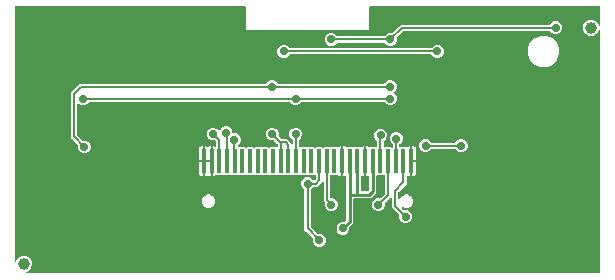
<source format=gbl>
G04 EAGLE Gerber RS-274X export*
G75*
%MOMM*%
%FSLAX34Y34*%
%LPD*%
%INBottom Copper*%
%IPPOS*%
%AMOC8*
5,1,8,0,0,1.08239X$1,22.5*%
G01*
%ADD10R,0.350000X2.000000*%
%ADD11C,1.000000*%
%ADD12C,0.736600*%
%ADD13C,0.177800*%
%ADD14C,0.254000*%

G36*
X497230Y2032D02*
X497230Y2032D01*
X497249Y2030D01*
X497351Y2052D01*
X497453Y2068D01*
X497470Y2078D01*
X497490Y2082D01*
X497579Y2135D01*
X497670Y2184D01*
X497684Y2198D01*
X497701Y2208D01*
X497768Y2287D01*
X497840Y2362D01*
X497848Y2380D01*
X497861Y2395D01*
X497900Y2491D01*
X497943Y2585D01*
X497945Y2605D01*
X497953Y2623D01*
X497971Y2790D01*
X497971Y207704D01*
X497956Y207800D01*
X497946Y207897D01*
X497936Y207921D01*
X497932Y207946D01*
X497886Y208032D01*
X497846Y208121D01*
X497829Y208141D01*
X497816Y208164D01*
X497746Y208231D01*
X497680Y208303D01*
X497657Y208315D01*
X497638Y208333D01*
X497550Y208374D01*
X497464Y208421D01*
X497439Y208426D01*
X497415Y208437D01*
X497318Y208448D01*
X497222Y208465D01*
X497196Y208461D01*
X497171Y208464D01*
X497075Y208443D01*
X496979Y208429D01*
X496956Y208417D01*
X496930Y208412D01*
X496847Y208362D01*
X496760Y208318D01*
X496741Y208299D01*
X496719Y208285D01*
X496656Y208212D01*
X496588Y208142D01*
X496572Y208113D01*
X496559Y208099D01*
X496547Y208068D01*
X496507Y207995D01*
X495747Y206160D01*
X493840Y204253D01*
X491348Y203221D01*
X488652Y203221D01*
X486160Y204253D01*
X484253Y206160D01*
X483221Y208652D01*
X483221Y211348D01*
X484253Y213840D01*
X486160Y215747D01*
X488652Y216779D01*
X491348Y216779D01*
X493840Y215747D01*
X495747Y213840D01*
X496507Y212005D01*
X496558Y211922D01*
X496604Y211836D01*
X496622Y211818D01*
X496636Y211796D01*
X496712Y211734D01*
X496782Y211667D01*
X496806Y211656D01*
X496826Y211639D01*
X496917Y211604D01*
X497005Y211563D01*
X497031Y211560D01*
X497055Y211551D01*
X497153Y211547D01*
X497249Y211536D01*
X497275Y211542D01*
X497301Y211541D01*
X497395Y211568D01*
X497490Y211588D01*
X497512Y211602D01*
X497537Y211609D01*
X497617Y211665D01*
X497701Y211715D01*
X497718Y211734D01*
X497739Y211749D01*
X497798Y211827D01*
X497861Y211901D01*
X497871Y211926D01*
X497886Y211947D01*
X497916Y212039D01*
X497953Y212130D01*
X497956Y212162D01*
X497962Y212181D01*
X497962Y212214D01*
X497971Y212296D01*
X497971Y227210D01*
X497968Y227230D01*
X497970Y227249D01*
X497948Y227351D01*
X497932Y227453D01*
X497922Y227470D01*
X497918Y227490D01*
X497865Y227579D01*
X497816Y227670D01*
X497802Y227684D01*
X497792Y227701D01*
X497713Y227768D01*
X497638Y227840D01*
X497620Y227848D01*
X497605Y227861D01*
X497509Y227900D01*
X497415Y227943D01*
X497395Y227945D01*
X497377Y227953D01*
X497210Y227971D01*
X302790Y227971D01*
X302770Y227968D01*
X302751Y227970D01*
X302649Y227948D01*
X302547Y227932D01*
X302530Y227922D01*
X302510Y227918D01*
X302421Y227865D01*
X302330Y227816D01*
X302316Y227802D01*
X302299Y227792D01*
X302232Y227713D01*
X302160Y227638D01*
X302152Y227620D01*
X302139Y227605D01*
X302100Y227509D01*
X302057Y227415D01*
X302055Y227395D01*
X302047Y227377D01*
X302029Y227210D01*
X302029Y209160D01*
X300840Y207971D01*
X199160Y207971D01*
X197971Y209160D01*
X197971Y227210D01*
X197968Y227230D01*
X197970Y227249D01*
X197948Y227351D01*
X197932Y227453D01*
X197922Y227470D01*
X197918Y227490D01*
X197865Y227579D01*
X197816Y227670D01*
X197802Y227684D01*
X197792Y227701D01*
X197713Y227768D01*
X197638Y227840D01*
X197620Y227848D01*
X197605Y227861D01*
X197509Y227900D01*
X197415Y227943D01*
X197395Y227945D01*
X197377Y227953D01*
X197210Y227971D01*
X2790Y227971D01*
X2770Y227968D01*
X2751Y227970D01*
X2649Y227948D01*
X2547Y227932D01*
X2530Y227922D01*
X2510Y227918D01*
X2421Y227865D01*
X2330Y227816D01*
X2316Y227802D01*
X2299Y227792D01*
X2232Y227713D01*
X2160Y227638D01*
X2152Y227620D01*
X2139Y227605D01*
X2100Y227509D01*
X2057Y227415D01*
X2055Y227395D01*
X2047Y227377D01*
X2029Y227210D01*
X2029Y12296D01*
X2044Y12200D01*
X2054Y12103D01*
X2064Y12079D01*
X2068Y12054D01*
X2114Y11968D01*
X2154Y11879D01*
X2171Y11859D01*
X2184Y11836D01*
X2254Y11769D01*
X2320Y11697D01*
X2343Y11685D01*
X2362Y11667D01*
X2450Y11626D01*
X2536Y11579D01*
X2561Y11574D01*
X2585Y11563D01*
X2682Y11552D01*
X2778Y11535D01*
X2804Y11539D01*
X2829Y11536D01*
X2925Y11557D01*
X3021Y11571D01*
X3044Y11583D01*
X3070Y11588D01*
X3153Y11638D01*
X3240Y11682D01*
X3259Y11701D01*
X3281Y11715D01*
X3344Y11788D01*
X3412Y11858D01*
X3428Y11887D01*
X3441Y11901D01*
X3453Y11932D01*
X3493Y12005D01*
X4253Y13840D01*
X6160Y15747D01*
X8652Y16779D01*
X11348Y16779D01*
X13840Y15747D01*
X15747Y13840D01*
X16779Y11348D01*
X16779Y8652D01*
X15747Y6160D01*
X13840Y4253D01*
X12005Y3493D01*
X11922Y3442D01*
X11836Y3396D01*
X11818Y3378D01*
X11796Y3364D01*
X11734Y3288D01*
X11667Y3218D01*
X11656Y3194D01*
X11639Y3174D01*
X11604Y3083D01*
X11563Y2995D01*
X11560Y2969D01*
X11551Y2945D01*
X11547Y2847D01*
X11536Y2751D01*
X11542Y2725D01*
X11541Y2699D01*
X11568Y2605D01*
X11588Y2510D01*
X11602Y2488D01*
X11609Y2463D01*
X11665Y2383D01*
X11715Y2299D01*
X11734Y2282D01*
X11749Y2261D01*
X11827Y2202D01*
X11901Y2139D01*
X11926Y2129D01*
X11947Y2114D01*
X12039Y2084D01*
X12130Y2047D01*
X12162Y2044D01*
X12181Y2038D01*
X12214Y2038D01*
X12296Y2029D01*
X497210Y2029D01*
X497230Y2032D01*
G37*
%LPC*%
G36*
X59914Y103538D02*
X59914Y103538D01*
X57906Y104370D01*
X56370Y105906D01*
X55538Y107914D01*
X55538Y110120D01*
X55547Y110155D01*
X55575Y110270D01*
X55575Y110276D01*
X55576Y110282D01*
X55565Y110399D01*
X55556Y110515D01*
X55554Y110521D01*
X55553Y110527D01*
X55505Y110634D01*
X55460Y110741D01*
X55455Y110747D01*
X55453Y110752D01*
X55441Y110765D01*
X55355Y110872D01*
X49332Y116895D01*
X49332Y155105D01*
X56895Y162668D01*
X214685Y162668D01*
X214800Y162687D01*
X214916Y162704D01*
X214921Y162706D01*
X214927Y162707D01*
X215030Y162762D01*
X215135Y162815D01*
X215139Y162820D01*
X215145Y162823D01*
X215225Y162907D01*
X215307Y162991D01*
X215311Y162997D01*
X215314Y163001D01*
X215322Y163018D01*
X215356Y163081D01*
X216906Y164630D01*
X218914Y165462D01*
X221086Y165462D01*
X223094Y164630D01*
X224654Y163070D01*
X224673Y163039D01*
X224734Y162938D01*
X224738Y162934D01*
X224742Y162929D01*
X224831Y162854D01*
X224921Y162778D01*
X224926Y162776D01*
X224931Y162772D01*
X225040Y162730D01*
X225149Y162686D01*
X225156Y162685D01*
X225161Y162684D01*
X225179Y162683D01*
X225315Y162668D01*
X314685Y162668D01*
X314800Y162687D01*
X314916Y162704D01*
X314921Y162706D01*
X314927Y162707D01*
X315030Y162762D01*
X315135Y162815D01*
X315139Y162820D01*
X315145Y162823D01*
X315225Y162907D01*
X315307Y162991D01*
X315311Y162997D01*
X315314Y163001D01*
X315322Y163018D01*
X315356Y163081D01*
X316906Y164630D01*
X318914Y165462D01*
X321086Y165462D01*
X323094Y164630D01*
X324630Y163094D01*
X325462Y161086D01*
X325462Y158914D01*
X324630Y156906D01*
X323262Y155538D01*
X323251Y155522D01*
X323235Y155510D01*
X323179Y155422D01*
X323119Y155339D01*
X323113Y155320D01*
X323102Y155303D01*
X323077Y155202D01*
X323046Y155103D01*
X323047Y155084D01*
X323042Y155064D01*
X323050Y154961D01*
X323053Y154858D01*
X323060Y154839D01*
X323061Y154819D01*
X323102Y154724D01*
X323137Y154627D01*
X323150Y154611D01*
X323158Y154593D01*
X323262Y154462D01*
X324630Y153094D01*
X325462Y151086D01*
X325462Y148914D01*
X324630Y146906D01*
X323094Y145370D01*
X321086Y144538D01*
X318914Y144538D01*
X316906Y145370D01*
X315346Y146930D01*
X315327Y146961D01*
X315266Y147062D01*
X315262Y147066D01*
X315258Y147071D01*
X315169Y147146D01*
X315079Y147222D01*
X315074Y147224D01*
X315069Y147228D01*
X314960Y147270D01*
X314851Y147314D01*
X314844Y147315D01*
X314839Y147316D01*
X314821Y147317D01*
X314685Y147332D01*
X245415Y147332D01*
X245300Y147313D01*
X245184Y147296D01*
X245179Y147294D01*
X245173Y147293D01*
X245070Y147238D01*
X244965Y147185D01*
X244961Y147180D01*
X244955Y147177D01*
X244875Y147093D01*
X244793Y147009D01*
X244789Y147003D01*
X244786Y146999D01*
X244778Y146982D01*
X244744Y146919D01*
X243194Y145370D01*
X241186Y144538D01*
X239014Y144538D01*
X237006Y145370D01*
X235446Y146930D01*
X235427Y146961D01*
X235366Y147062D01*
X235362Y147066D01*
X235358Y147071D01*
X235269Y147146D01*
X235179Y147222D01*
X235174Y147224D01*
X235169Y147228D01*
X235060Y147270D01*
X234951Y147314D01*
X234944Y147315D01*
X234939Y147316D01*
X234921Y147317D01*
X234785Y147332D01*
X65315Y147332D01*
X65200Y147313D01*
X65084Y147296D01*
X65079Y147294D01*
X65073Y147293D01*
X64970Y147238D01*
X64865Y147185D01*
X64861Y147180D01*
X64855Y147177D01*
X64775Y147093D01*
X64693Y147009D01*
X64689Y147003D01*
X64686Y146999D01*
X64678Y146982D01*
X64644Y146919D01*
X63094Y145370D01*
X61086Y144538D01*
X58914Y144538D01*
X56906Y145370D01*
X55967Y146309D01*
X55909Y146351D01*
X55857Y146400D01*
X55810Y146422D01*
X55768Y146452D01*
X55699Y146473D01*
X55634Y146504D01*
X55582Y146509D01*
X55532Y146525D01*
X55461Y146523D01*
X55390Y146531D01*
X55339Y146520D01*
X55287Y146518D01*
X55219Y146494D01*
X55149Y146478D01*
X55104Y146452D01*
X55056Y146434D01*
X55000Y146389D01*
X54938Y146352D01*
X54904Y146313D01*
X54864Y146280D01*
X54825Y146220D01*
X54778Y146165D01*
X54759Y146117D01*
X54731Y146073D01*
X54713Y146004D01*
X54686Y145937D01*
X54678Y145866D01*
X54670Y145835D01*
X54672Y145811D01*
X54668Y145770D01*
X54668Y119420D01*
X54682Y119330D01*
X54690Y119239D01*
X54702Y119210D01*
X54707Y119178D01*
X54750Y119097D01*
X54786Y119013D01*
X54812Y118981D01*
X54823Y118960D01*
X54846Y118938D01*
X54891Y118882D01*
X59128Y114645D01*
X59223Y114576D01*
X59317Y114507D01*
X59323Y114505D01*
X59328Y114501D01*
X59439Y114467D01*
X59551Y114431D01*
X59557Y114431D01*
X59563Y114429D01*
X59679Y114432D01*
X59796Y114433D01*
X59804Y114435D01*
X59809Y114435D01*
X59826Y114442D01*
X59895Y114462D01*
X62086Y114462D01*
X64094Y113630D01*
X65630Y112094D01*
X66462Y110086D01*
X66462Y107914D01*
X65630Y105906D01*
X64094Y104370D01*
X62086Y103538D01*
X59914Y103538D01*
G37*
%LPD*%
%LPC*%
G36*
X258914Y24538D02*
X258914Y24538D01*
X256906Y25370D01*
X255370Y26906D01*
X254538Y28914D01*
X254538Y31120D01*
X254547Y31156D01*
X254575Y31270D01*
X254575Y31276D01*
X254576Y31282D01*
X254565Y31399D01*
X254556Y31515D01*
X254554Y31521D01*
X254553Y31527D01*
X254505Y31634D01*
X254460Y31741D01*
X254455Y31747D01*
X254453Y31752D01*
X254441Y31765D01*
X254355Y31872D01*
X249118Y37109D01*
X247332Y38895D01*
X247332Y72685D01*
X247313Y72800D01*
X247296Y72916D01*
X247294Y72921D01*
X247293Y72927D01*
X247238Y73030D01*
X247185Y73135D01*
X247180Y73139D01*
X247177Y73145D01*
X247093Y73225D01*
X247009Y73307D01*
X247003Y73311D01*
X246999Y73314D01*
X246982Y73322D01*
X246919Y73356D01*
X245370Y74906D01*
X244538Y76914D01*
X244538Y79086D01*
X245370Y81094D01*
X246906Y82630D01*
X248914Y83462D01*
X251086Y83462D01*
X253094Y82630D01*
X254654Y81070D01*
X254673Y81039D01*
X254734Y80938D01*
X254738Y80934D01*
X254742Y80929D01*
X254831Y80854D01*
X254921Y80778D01*
X254926Y80776D01*
X254931Y80772D01*
X255040Y80730D01*
X255149Y80686D01*
X255156Y80685D01*
X255161Y80684D01*
X255179Y80683D01*
X255315Y80668D01*
X255580Y80668D01*
X255670Y80682D01*
X255761Y80690D01*
X255790Y80702D01*
X255822Y80707D01*
X255903Y80750D01*
X255987Y80786D01*
X256019Y80812D01*
X256040Y80823D01*
X256062Y80846D01*
X256118Y80891D01*
X256859Y81632D01*
X256912Y81706D01*
X256972Y81775D01*
X256984Y81806D01*
X257003Y81832D01*
X257030Y81919D01*
X257064Y82004D01*
X257068Y82045D01*
X257075Y82067D01*
X257074Y82099D01*
X257082Y82170D01*
X257082Y84729D01*
X257071Y84800D01*
X257069Y84871D01*
X257051Y84920D01*
X257043Y84972D01*
X257009Y85035D01*
X256984Y85102D01*
X256952Y85143D01*
X256927Y85189D01*
X256876Y85238D01*
X256831Y85294D01*
X256787Y85323D01*
X256749Y85358D01*
X256684Y85389D01*
X256624Y85427D01*
X256573Y85440D01*
X256526Y85462D01*
X256455Y85470D01*
X256385Y85487D01*
X256333Y85483D01*
X256282Y85489D01*
X256211Y85474D01*
X256140Y85468D01*
X256092Y85448D01*
X256041Y85437D01*
X255980Y85400D01*
X255914Y85372D01*
X255858Y85327D01*
X255830Y85311D01*
X255815Y85293D01*
X255783Y85267D01*
X255737Y85221D01*
X250763Y85221D01*
X250538Y85446D01*
X250522Y85458D01*
X250510Y85473D01*
X250423Y85529D01*
X250339Y85590D01*
X250320Y85596D01*
X250303Y85606D01*
X250202Y85632D01*
X250104Y85662D01*
X250084Y85662D01*
X250064Y85666D01*
X249961Y85658D01*
X249858Y85656D01*
X249839Y85649D01*
X249819Y85647D01*
X249724Y85607D01*
X249627Y85571D01*
X249611Y85559D01*
X249593Y85551D01*
X249462Y85446D01*
X249237Y85221D01*
X244263Y85221D01*
X244038Y85446D01*
X244022Y85458D01*
X244010Y85473D01*
X243923Y85529D01*
X243839Y85590D01*
X243820Y85596D01*
X243803Y85606D01*
X243702Y85632D01*
X243604Y85662D01*
X243584Y85662D01*
X243564Y85666D01*
X243461Y85658D01*
X243358Y85656D01*
X243339Y85649D01*
X243319Y85647D01*
X243224Y85607D01*
X243127Y85571D01*
X243111Y85559D01*
X243093Y85551D01*
X242962Y85446D01*
X242737Y85221D01*
X237763Y85221D01*
X237538Y85446D01*
X237522Y85458D01*
X237510Y85473D01*
X237423Y85529D01*
X237339Y85590D01*
X237320Y85596D01*
X237303Y85606D01*
X237202Y85632D01*
X237104Y85662D01*
X237084Y85662D01*
X237064Y85666D01*
X236961Y85658D01*
X236858Y85656D01*
X236839Y85649D01*
X236819Y85647D01*
X236724Y85607D01*
X236627Y85571D01*
X236611Y85559D01*
X236593Y85551D01*
X236462Y85446D01*
X236237Y85221D01*
X231263Y85221D01*
X231038Y85446D01*
X231022Y85458D01*
X231010Y85473D01*
X230922Y85530D01*
X230839Y85590D01*
X230820Y85596D01*
X230803Y85606D01*
X230702Y85632D01*
X230603Y85662D01*
X230583Y85662D01*
X230564Y85666D01*
X230461Y85658D01*
X230358Y85656D01*
X230339Y85649D01*
X230319Y85647D01*
X230224Y85607D01*
X230127Y85571D01*
X230111Y85559D01*
X230093Y85551D01*
X229962Y85446D01*
X229737Y85221D01*
X224763Y85221D01*
X224538Y85446D01*
X224522Y85458D01*
X224510Y85473D01*
X224423Y85529D01*
X224339Y85590D01*
X224320Y85596D01*
X224303Y85606D01*
X224202Y85632D01*
X224104Y85662D01*
X224084Y85662D01*
X224064Y85666D01*
X223961Y85658D01*
X223858Y85656D01*
X223839Y85649D01*
X223819Y85647D01*
X223724Y85607D01*
X223627Y85571D01*
X223611Y85559D01*
X223593Y85551D01*
X223462Y85446D01*
X223237Y85221D01*
X218263Y85221D01*
X218038Y85446D01*
X218022Y85458D01*
X218010Y85473D01*
X217923Y85529D01*
X217839Y85590D01*
X217820Y85596D01*
X217803Y85606D01*
X217702Y85632D01*
X217604Y85662D01*
X217584Y85662D01*
X217564Y85666D01*
X217461Y85658D01*
X217358Y85656D01*
X217339Y85649D01*
X217319Y85647D01*
X217224Y85607D01*
X217127Y85571D01*
X217111Y85559D01*
X217093Y85551D01*
X216962Y85446D01*
X216737Y85221D01*
X211763Y85221D01*
X211538Y85446D01*
X211522Y85458D01*
X211510Y85473D01*
X211423Y85529D01*
X211339Y85590D01*
X211320Y85596D01*
X211303Y85606D01*
X211202Y85632D01*
X211104Y85662D01*
X211084Y85662D01*
X211064Y85666D01*
X210961Y85658D01*
X210858Y85656D01*
X210839Y85649D01*
X210819Y85647D01*
X210724Y85607D01*
X210627Y85571D01*
X210611Y85559D01*
X210593Y85551D01*
X210462Y85446D01*
X210237Y85221D01*
X205263Y85221D01*
X205038Y85446D01*
X205022Y85458D01*
X205010Y85473D01*
X204923Y85529D01*
X204839Y85590D01*
X204820Y85596D01*
X204803Y85606D01*
X204702Y85632D01*
X204604Y85662D01*
X204584Y85662D01*
X204564Y85666D01*
X204461Y85658D01*
X204358Y85656D01*
X204339Y85649D01*
X204319Y85647D01*
X204224Y85607D01*
X204127Y85571D01*
X204111Y85559D01*
X204093Y85551D01*
X203962Y85446D01*
X203737Y85221D01*
X198763Y85221D01*
X198538Y85446D01*
X198522Y85458D01*
X198510Y85473D01*
X198423Y85529D01*
X198339Y85590D01*
X198320Y85596D01*
X198303Y85606D01*
X198202Y85632D01*
X198104Y85662D01*
X198084Y85662D01*
X198064Y85666D01*
X197961Y85658D01*
X197858Y85656D01*
X197839Y85649D01*
X197819Y85647D01*
X197724Y85607D01*
X197627Y85571D01*
X197611Y85559D01*
X197593Y85551D01*
X197462Y85446D01*
X197237Y85221D01*
X192263Y85221D01*
X192038Y85446D01*
X192022Y85458D01*
X192010Y85473D01*
X191923Y85529D01*
X191839Y85590D01*
X191820Y85596D01*
X191803Y85606D01*
X191702Y85632D01*
X191604Y85662D01*
X191584Y85662D01*
X191564Y85666D01*
X191461Y85658D01*
X191358Y85656D01*
X191339Y85649D01*
X191319Y85647D01*
X191224Y85607D01*
X191127Y85571D01*
X191111Y85559D01*
X191093Y85551D01*
X190962Y85446D01*
X190737Y85221D01*
X185763Y85221D01*
X185538Y85446D01*
X185522Y85458D01*
X185510Y85473D01*
X185423Y85529D01*
X185339Y85590D01*
X185320Y85596D01*
X185303Y85606D01*
X185202Y85632D01*
X185104Y85662D01*
X185084Y85662D01*
X185064Y85666D01*
X184961Y85658D01*
X184858Y85656D01*
X184839Y85649D01*
X184819Y85647D01*
X184724Y85607D01*
X184627Y85571D01*
X184611Y85559D01*
X184593Y85551D01*
X184462Y85446D01*
X184237Y85221D01*
X179263Y85221D01*
X179038Y85446D01*
X179022Y85458D01*
X179010Y85473D01*
X178923Y85529D01*
X178839Y85590D01*
X178820Y85596D01*
X178803Y85606D01*
X178702Y85632D01*
X178604Y85662D01*
X178584Y85662D01*
X178564Y85666D01*
X178461Y85658D01*
X178358Y85656D01*
X178339Y85649D01*
X178319Y85647D01*
X178224Y85607D01*
X178127Y85571D01*
X178111Y85559D01*
X178093Y85551D01*
X177962Y85446D01*
X177737Y85221D01*
X172630Y85221D01*
X172540Y85207D01*
X172449Y85199D01*
X172419Y85187D01*
X172387Y85182D01*
X172306Y85139D01*
X172222Y85103D01*
X172190Y85077D01*
X172170Y85066D01*
X172147Y85043D01*
X172091Y84998D01*
X172060Y84967D01*
X171481Y84632D01*
X170834Y84459D01*
X169624Y84459D01*
X169624Y96887D01*
X169621Y96906D01*
X169623Y96926D01*
X169610Y96986D01*
X169624Y97113D01*
X169624Y109541D01*
X170834Y109541D01*
X171543Y109351D01*
X171616Y109317D01*
X171644Y109314D01*
X171670Y109304D01*
X171766Y109300D01*
X171860Y109290D01*
X171888Y109296D01*
X171916Y109295D01*
X172008Y109322D01*
X172101Y109342D01*
X172125Y109356D01*
X172152Y109364D01*
X172230Y109419D01*
X172312Y109468D01*
X172330Y109490D01*
X172353Y109506D01*
X172410Y109583D01*
X172472Y109655D01*
X172482Y109681D01*
X172499Y109704D01*
X172528Y109795D01*
X172564Y109883D01*
X172568Y109918D01*
X172574Y109938D01*
X172574Y109971D01*
X172582Y110050D01*
X172582Y113330D01*
X172568Y113420D01*
X172560Y113511D01*
X172548Y113541D01*
X172543Y113572D01*
X172500Y113653D01*
X172464Y113737D01*
X172438Y113769D01*
X172427Y113790D01*
X172404Y113812D01*
X172359Y113868D01*
X171872Y114355D01*
X171776Y114424D01*
X171683Y114493D01*
X171677Y114495D01*
X171672Y114499D01*
X171561Y114533D01*
X171449Y114569D01*
X171443Y114569D01*
X171437Y114571D01*
X171321Y114568D01*
X171204Y114567D01*
X171196Y114565D01*
X171191Y114565D01*
X171174Y114558D01*
X171105Y114538D01*
X168914Y114538D01*
X166906Y115370D01*
X165370Y116906D01*
X164538Y118914D01*
X164538Y121086D01*
X165370Y123094D01*
X166906Y124630D01*
X168914Y125462D01*
X171086Y125462D01*
X173094Y124630D01*
X174655Y123069D01*
X174657Y123066D01*
X174692Y123027D01*
X174719Y122983D01*
X174774Y122937D01*
X174823Y122884D01*
X174868Y122859D01*
X174908Y122826D01*
X174975Y122800D01*
X175038Y122766D01*
X175090Y122757D01*
X175138Y122738D01*
X175210Y122735D01*
X175280Y122722D01*
X175332Y122730D01*
X175384Y122727D01*
X175453Y122747D01*
X175524Y122758D01*
X175570Y122781D01*
X175620Y122796D01*
X175679Y122837D01*
X175743Y122869D01*
X175779Y122906D01*
X175822Y122936D01*
X175865Y122994D01*
X175915Y123045D01*
X175950Y123108D01*
X175969Y123133D01*
X175976Y123156D01*
X175996Y123192D01*
X176370Y124094D01*
X177906Y125630D01*
X179914Y126462D01*
X182086Y126462D01*
X184094Y125630D01*
X185630Y124094D01*
X186462Y122086D01*
X186462Y121223D01*
X186465Y121203D01*
X186463Y121184D01*
X186485Y121082D01*
X186501Y120980D01*
X186511Y120963D01*
X186515Y120943D01*
X186568Y120854D01*
X186617Y120763D01*
X186631Y120749D01*
X186641Y120732D01*
X186720Y120665D01*
X186795Y120593D01*
X186813Y120585D01*
X186828Y120572D01*
X186924Y120533D01*
X187018Y120490D01*
X187038Y120488D01*
X187056Y120480D01*
X187223Y120462D01*
X189186Y120462D01*
X191194Y119630D01*
X192730Y118094D01*
X193562Y116086D01*
X193562Y113914D01*
X192730Y111906D01*
X191170Y110346D01*
X191139Y110327D01*
X191038Y110266D01*
X191034Y110262D01*
X191029Y110258D01*
X190954Y110169D01*
X190878Y110079D01*
X190876Y110074D01*
X190872Y110069D01*
X190830Y109960D01*
X190786Y109851D01*
X190785Y109844D01*
X190784Y109839D01*
X190783Y109821D01*
X190768Y109685D01*
X190768Y109121D01*
X190779Y109050D01*
X190781Y108979D01*
X190799Y108930D01*
X190807Y108878D01*
X190841Y108815D01*
X190866Y108748D01*
X190898Y108707D01*
X190923Y108661D01*
X190974Y108612D01*
X191019Y108556D01*
X191063Y108527D01*
X191101Y108492D01*
X191166Y108461D01*
X191226Y108423D01*
X191277Y108410D01*
X191324Y108388D01*
X191395Y108380D01*
X191465Y108363D01*
X191517Y108367D01*
X191568Y108361D01*
X191639Y108376D01*
X191710Y108382D01*
X191758Y108402D01*
X191809Y108413D01*
X191870Y108450D01*
X191936Y108478D01*
X191992Y108523D01*
X192020Y108539D01*
X192035Y108557D01*
X192067Y108583D01*
X192263Y108779D01*
X197237Y108779D01*
X197462Y108554D01*
X197478Y108542D01*
X197490Y108527D01*
X197578Y108470D01*
X197661Y108410D01*
X197680Y108404D01*
X197697Y108394D01*
X197798Y108368D01*
X197897Y108338D01*
X197917Y108338D01*
X197936Y108334D01*
X198039Y108342D01*
X198142Y108344D01*
X198161Y108351D01*
X198181Y108353D01*
X198276Y108393D01*
X198373Y108429D01*
X198389Y108441D01*
X198407Y108449D01*
X198538Y108554D01*
X198763Y108779D01*
X203737Y108779D01*
X203962Y108554D01*
X203978Y108542D01*
X203990Y108527D01*
X204078Y108470D01*
X204161Y108410D01*
X204180Y108404D01*
X204197Y108394D01*
X204298Y108368D01*
X204397Y108338D01*
X204417Y108338D01*
X204436Y108334D01*
X204539Y108342D01*
X204642Y108344D01*
X204661Y108351D01*
X204681Y108353D01*
X204776Y108393D01*
X204873Y108429D01*
X204889Y108441D01*
X204907Y108449D01*
X205038Y108554D01*
X205263Y108779D01*
X210237Y108779D01*
X210462Y108554D01*
X210478Y108542D01*
X210490Y108527D01*
X210578Y108470D01*
X210661Y108410D01*
X210680Y108404D01*
X210697Y108394D01*
X210798Y108368D01*
X210897Y108338D01*
X210917Y108338D01*
X210936Y108334D01*
X211039Y108342D01*
X211142Y108344D01*
X211161Y108351D01*
X211181Y108353D01*
X211276Y108393D01*
X211373Y108429D01*
X211389Y108441D01*
X211407Y108449D01*
X211538Y108554D01*
X211763Y108779D01*
X216737Y108779D01*
X216962Y108554D01*
X216978Y108542D01*
X216990Y108527D01*
X217078Y108470D01*
X217161Y108410D01*
X217180Y108404D01*
X217197Y108394D01*
X217298Y108368D01*
X217397Y108338D01*
X217417Y108338D01*
X217436Y108334D01*
X217539Y108342D01*
X217642Y108344D01*
X217661Y108351D01*
X217681Y108353D01*
X217776Y108393D01*
X217873Y108429D01*
X217889Y108441D01*
X217907Y108449D01*
X218038Y108554D01*
X218263Y108779D01*
X223237Y108779D01*
X223283Y108733D01*
X223341Y108691D01*
X223393Y108642D01*
X223440Y108620D01*
X223482Y108589D01*
X223551Y108568D01*
X223616Y108538D01*
X223668Y108532D01*
X223718Y108517D01*
X223789Y108519D01*
X223860Y108511D01*
X223911Y108522D01*
X223963Y108523D01*
X224031Y108548D01*
X224101Y108563D01*
X224146Y108590D01*
X224194Y108608D01*
X224250Y108652D01*
X224312Y108689D01*
X224346Y108729D01*
X224386Y108761D01*
X224425Y108822D01*
X224472Y108876D01*
X224491Y108925D01*
X224519Y108968D01*
X224537Y109038D01*
X224564Y109104D01*
X224572Y109176D01*
X224580Y109207D01*
X224578Y109230D01*
X224582Y109271D01*
X224582Y111330D01*
X224568Y111420D01*
X224560Y111511D01*
X224548Y111540D01*
X224543Y111572D01*
X224500Y111653D01*
X224464Y111737D01*
X224438Y111769D01*
X224427Y111790D01*
X224404Y111812D01*
X224359Y111868D01*
X221872Y114355D01*
X221777Y114423D01*
X221683Y114493D01*
X221677Y114495D01*
X221672Y114499D01*
X221561Y114533D01*
X221449Y114569D01*
X221443Y114569D01*
X221437Y114571D01*
X221321Y114568D01*
X221204Y114567D01*
X221196Y114565D01*
X221191Y114565D01*
X221174Y114558D01*
X221105Y114538D01*
X218914Y114538D01*
X216906Y115370D01*
X215370Y116906D01*
X214538Y118914D01*
X214538Y121086D01*
X215370Y123094D01*
X216906Y124630D01*
X218914Y125462D01*
X221086Y125462D01*
X223094Y124630D01*
X224630Y123094D01*
X225462Y121086D01*
X225462Y118880D01*
X225453Y118843D01*
X225425Y118730D01*
X225425Y118724D01*
X225424Y118718D01*
X225435Y118601D01*
X225444Y118485D01*
X225446Y118479D01*
X225447Y118473D01*
X225494Y118366D01*
X225540Y118259D01*
X225545Y118253D01*
X225547Y118248D01*
X225559Y118235D01*
X225645Y118128D01*
X227882Y115891D01*
X227956Y115838D01*
X228025Y115778D01*
X228056Y115766D01*
X228082Y115747D01*
X228169Y115720D01*
X228254Y115686D01*
X228295Y115682D01*
X228317Y115675D01*
X228349Y115676D01*
X228420Y115668D01*
X232605Y115668D01*
X236283Y111990D01*
X236341Y111948D01*
X236393Y111899D01*
X236440Y111877D01*
X236482Y111846D01*
X236551Y111825D01*
X236616Y111795D01*
X236668Y111789D01*
X236718Y111774D01*
X236789Y111776D01*
X236860Y111768D01*
X236911Y111779D01*
X236963Y111780D01*
X237031Y111805D01*
X237101Y111820D01*
X237146Y111847D01*
X237194Y111865D01*
X237250Y111910D01*
X237312Y111946D01*
X237346Y111986D01*
X237386Y112019D01*
X237425Y112079D01*
X237472Y112133D01*
X237491Y112182D01*
X237519Y112226D01*
X237537Y112295D01*
X237564Y112362D01*
X237572Y112433D01*
X237580Y112464D01*
X237578Y112487D01*
X237582Y112528D01*
X237582Y114622D01*
X237564Y114737D01*
X237546Y114853D01*
X237544Y114859D01*
X237543Y114865D01*
X237488Y114968D01*
X237435Y115073D01*
X237430Y115077D01*
X237427Y115083D01*
X237343Y115163D01*
X237259Y115245D01*
X237253Y115249D01*
X237249Y115252D01*
X237232Y115260D01*
X237112Y115326D01*
X237006Y115370D01*
X235470Y116906D01*
X234638Y118914D01*
X234638Y121086D01*
X235470Y123094D01*
X237006Y124630D01*
X239014Y125462D01*
X241186Y125462D01*
X243194Y124630D01*
X244730Y123094D01*
X245562Y121086D01*
X245562Y118914D01*
X244730Y116906D01*
X243141Y115317D01*
X243088Y115243D01*
X243028Y115173D01*
X243016Y115143D01*
X242997Y115117D01*
X242970Y115030D01*
X242936Y114945D01*
X242932Y114904D01*
X242925Y114882D01*
X242926Y114850D01*
X242918Y114778D01*
X242918Y109271D01*
X242929Y109200D01*
X242931Y109129D01*
X242949Y109080D01*
X242957Y109028D01*
X242991Y108965D01*
X243016Y108898D01*
X243048Y108857D01*
X243073Y108811D01*
X243124Y108762D01*
X243169Y108706D01*
X243213Y108677D01*
X243251Y108642D01*
X243316Y108611D01*
X243376Y108573D01*
X243427Y108560D01*
X243474Y108538D01*
X243545Y108530D01*
X243615Y108513D01*
X243667Y108517D01*
X243718Y108511D01*
X243789Y108526D01*
X243860Y108532D01*
X243908Y108552D01*
X243959Y108563D01*
X244020Y108600D01*
X244086Y108628D01*
X244142Y108673D01*
X244170Y108689D01*
X244185Y108707D01*
X244217Y108733D01*
X244263Y108779D01*
X249237Y108779D01*
X249462Y108554D01*
X249478Y108542D01*
X249490Y108527D01*
X249578Y108470D01*
X249661Y108410D01*
X249680Y108404D01*
X249697Y108394D01*
X249798Y108368D01*
X249897Y108338D01*
X249917Y108338D01*
X249936Y108334D01*
X250039Y108342D01*
X250142Y108344D01*
X250161Y108351D01*
X250181Y108353D01*
X250276Y108393D01*
X250373Y108429D01*
X250389Y108441D01*
X250407Y108449D01*
X250538Y108554D01*
X250763Y108779D01*
X255737Y108779D01*
X255962Y108554D01*
X255978Y108542D01*
X255990Y108527D01*
X256078Y108470D01*
X256161Y108410D01*
X256180Y108404D01*
X256197Y108394D01*
X256298Y108368D01*
X256397Y108338D01*
X256417Y108338D01*
X256436Y108334D01*
X256539Y108342D01*
X256642Y108344D01*
X256661Y108351D01*
X256681Y108353D01*
X256776Y108393D01*
X256873Y108429D01*
X256889Y108441D01*
X256907Y108449D01*
X257038Y108554D01*
X257263Y108779D01*
X262237Y108779D01*
X262462Y108554D01*
X262478Y108542D01*
X262490Y108527D01*
X262578Y108470D01*
X262661Y108410D01*
X262680Y108404D01*
X262697Y108394D01*
X262798Y108368D01*
X262897Y108338D01*
X262917Y108338D01*
X262936Y108334D01*
X263039Y108342D01*
X263142Y108344D01*
X263161Y108351D01*
X263181Y108353D01*
X263276Y108393D01*
X263373Y108429D01*
X263389Y108441D01*
X263407Y108449D01*
X263538Y108554D01*
X263763Y108779D01*
X268737Y108779D01*
X268962Y108554D01*
X268978Y108542D01*
X268990Y108527D01*
X269078Y108470D01*
X269161Y108410D01*
X269180Y108404D01*
X269197Y108394D01*
X269298Y108368D01*
X269397Y108338D01*
X269417Y108338D01*
X269436Y108334D01*
X269539Y108342D01*
X269642Y108344D01*
X269661Y108351D01*
X269681Y108353D01*
X269776Y108393D01*
X269873Y108429D01*
X269889Y108441D01*
X269907Y108449D01*
X270038Y108554D01*
X270263Y108779D01*
X275370Y108779D01*
X275460Y108793D01*
X275551Y108801D01*
X275581Y108813D01*
X275613Y108818D01*
X275694Y108861D01*
X275778Y108897D01*
X275810Y108923D01*
X275830Y108934D01*
X275853Y108957D01*
X275909Y109002D01*
X275940Y109033D01*
X276519Y109368D01*
X277166Y109541D01*
X278376Y109541D01*
X278376Y97113D01*
X278379Y97094D01*
X278377Y97074D01*
X278390Y97014D01*
X278376Y96887D01*
X278376Y84459D01*
X277166Y84459D01*
X276519Y84632D01*
X275940Y84967D01*
X275909Y84998D01*
X275835Y85051D01*
X275765Y85111D01*
X275735Y85123D01*
X275709Y85142D01*
X275622Y85169D01*
X275537Y85203D01*
X275496Y85207D01*
X275474Y85214D01*
X275442Y85213D01*
X275370Y85221D01*
X270263Y85221D01*
X270217Y85267D01*
X270159Y85309D01*
X270107Y85358D01*
X270060Y85380D01*
X270018Y85411D01*
X269949Y85432D01*
X269884Y85462D01*
X269832Y85468D01*
X269782Y85483D01*
X269711Y85481D01*
X269640Y85489D01*
X269589Y85478D01*
X269537Y85477D01*
X269469Y85452D01*
X269399Y85437D01*
X269354Y85410D01*
X269306Y85392D01*
X269250Y85348D01*
X269188Y85311D01*
X269154Y85271D01*
X269114Y85239D01*
X269075Y85178D01*
X269028Y85124D01*
X269009Y85075D01*
X268981Y85032D01*
X268963Y84962D01*
X268936Y84896D01*
X268928Y84824D01*
X268920Y84793D01*
X268922Y84770D01*
X268918Y84729D01*
X268918Y66500D01*
X268921Y66480D01*
X268919Y66461D01*
X268941Y66359D01*
X268957Y66257D01*
X268967Y66240D01*
X268971Y66220D01*
X269024Y66131D01*
X269073Y66040D01*
X269087Y66026D01*
X269097Y66009D01*
X269176Y65942D01*
X269251Y65870D01*
X269269Y65862D01*
X269284Y65849D01*
X269380Y65810D01*
X269474Y65767D01*
X269494Y65765D01*
X269512Y65757D01*
X269679Y65739D01*
X271086Y65739D01*
X273094Y64907D01*
X274630Y63371D01*
X275462Y61363D01*
X275462Y59191D01*
X274630Y57183D01*
X273094Y55647D01*
X271086Y54815D01*
X268914Y54815D01*
X266906Y55647D01*
X265370Y57183D01*
X264538Y59191D01*
X264538Y61397D01*
X264547Y61434D01*
X264575Y61547D01*
X264575Y61553D01*
X264576Y61559D01*
X264565Y61676D01*
X264556Y61792D01*
X264554Y61798D01*
X264553Y61804D01*
X264506Y61911D01*
X264460Y62018D01*
X264455Y62024D01*
X264453Y62029D01*
X264441Y62042D01*
X264355Y62149D01*
X263582Y62922D01*
X263582Y78972D01*
X263571Y79042D01*
X263569Y79114D01*
X263551Y79163D01*
X263543Y79214D01*
X263509Y79278D01*
X263484Y79345D01*
X263452Y79386D01*
X263427Y79432D01*
X263375Y79481D01*
X263331Y79537D01*
X263287Y79565D01*
X263249Y79601D01*
X263184Y79631D01*
X263124Y79670D01*
X263073Y79683D01*
X263026Y79705D01*
X262955Y79713D01*
X262885Y79730D01*
X262833Y79726D01*
X262782Y79732D01*
X262711Y79717D01*
X262640Y79711D01*
X262592Y79691D01*
X262541Y79680D01*
X262480Y79643D01*
X262414Y79615D01*
X262358Y79570D01*
X262330Y79554D01*
X262315Y79536D01*
X262283Y79510D01*
X258105Y75332D01*
X255315Y75332D01*
X255200Y75313D01*
X255084Y75296D01*
X255079Y75294D01*
X255073Y75293D01*
X254970Y75238D01*
X254865Y75185D01*
X254861Y75180D01*
X254855Y75177D01*
X254775Y75093D01*
X254693Y75009D01*
X254689Y75003D01*
X254686Y74999D01*
X254678Y74982D01*
X254644Y74919D01*
X253070Y73346D01*
X253039Y73327D01*
X252938Y73266D01*
X252934Y73262D01*
X252929Y73258D01*
X252854Y73169D01*
X252778Y73079D01*
X252776Y73074D01*
X252772Y73069D01*
X252730Y72960D01*
X252686Y72851D01*
X252685Y72844D01*
X252684Y72839D01*
X252683Y72821D01*
X252668Y72685D01*
X252668Y41420D01*
X252682Y41330D01*
X252690Y41239D01*
X252702Y41210D01*
X252707Y41178D01*
X252750Y41097D01*
X252786Y41013D01*
X252812Y40981D01*
X252823Y40960D01*
X252846Y40938D01*
X252891Y40882D01*
X258128Y35645D01*
X258223Y35576D01*
X258317Y35507D01*
X258323Y35505D01*
X258328Y35501D01*
X258439Y35467D01*
X258551Y35431D01*
X258557Y35431D01*
X258563Y35429D01*
X258679Y35432D01*
X258796Y35433D01*
X258804Y35435D01*
X258809Y35435D01*
X258826Y35442D01*
X258895Y35462D01*
X261086Y35462D01*
X263094Y34630D01*
X264630Y33094D01*
X265462Y31086D01*
X265462Y28914D01*
X264630Y26906D01*
X263094Y25370D01*
X261086Y24538D01*
X258914Y24538D01*
G37*
%LPD*%
%LPC*%
G36*
X278914Y34538D02*
X278914Y34538D01*
X276906Y35370D01*
X275370Y36906D01*
X274538Y38914D01*
X274538Y41086D01*
X275370Y43094D01*
X276906Y44630D01*
X278914Y45462D01*
X280835Y45462D01*
X280925Y45476D01*
X281016Y45484D01*
X281046Y45496D01*
X281078Y45501D01*
X281158Y45544D01*
X281242Y45580D01*
X281274Y45606D01*
X281295Y45617D01*
X281317Y45640D01*
X281373Y45685D01*
X282478Y46790D01*
X282531Y46864D01*
X282591Y46933D01*
X282603Y46963D01*
X282622Y46990D01*
X282649Y47077D01*
X282683Y47161D01*
X282687Y47202D01*
X282694Y47225D01*
X282693Y47257D01*
X282701Y47328D01*
X282701Y83833D01*
X282682Y83950D01*
X282664Y84068D01*
X282662Y84072D01*
X282662Y84076D01*
X282606Y84180D01*
X282551Y84287D01*
X282548Y84290D01*
X282546Y84294D01*
X282461Y84375D01*
X282375Y84458D01*
X282371Y84460D01*
X282368Y84463D01*
X282261Y84513D01*
X282153Y84564D01*
X282149Y84565D01*
X282145Y84567D01*
X282029Y84579D01*
X281909Y84594D01*
X281904Y84593D01*
X281901Y84594D01*
X281887Y84591D01*
X281743Y84569D01*
X281334Y84459D01*
X280124Y84459D01*
X280124Y96887D01*
X280121Y96906D01*
X280123Y96926D01*
X280110Y96986D01*
X280124Y97113D01*
X280124Y109541D01*
X281334Y109541D01*
X281981Y109368D01*
X282560Y109033D01*
X282591Y109002D01*
X282665Y108949D01*
X282735Y108889D01*
X282765Y108877D01*
X282791Y108858D01*
X282878Y108831D01*
X282963Y108797D01*
X283004Y108793D01*
X283026Y108786D01*
X283058Y108787D01*
X283130Y108779D01*
X288237Y108779D01*
X288462Y108554D01*
X288478Y108542D01*
X288490Y108527D01*
X288578Y108470D01*
X288661Y108410D01*
X288680Y108404D01*
X288697Y108394D01*
X288798Y108368D01*
X288897Y108338D01*
X288917Y108338D01*
X288936Y108334D01*
X289039Y108342D01*
X289142Y108344D01*
X289161Y108351D01*
X289181Y108353D01*
X289276Y108393D01*
X289373Y108429D01*
X289389Y108441D01*
X289407Y108449D01*
X289538Y108554D01*
X289763Y108779D01*
X294870Y108779D01*
X294960Y108793D01*
X295051Y108801D01*
X295081Y108813D01*
X295113Y108818D01*
X295194Y108861D01*
X295278Y108897D01*
X295310Y108923D01*
X295330Y108934D01*
X295353Y108957D01*
X295409Y109002D01*
X295440Y109033D01*
X296019Y109368D01*
X296666Y109541D01*
X297876Y109541D01*
X297876Y97113D01*
X297879Y97094D01*
X297877Y97074D01*
X297890Y97014D01*
X297876Y96887D01*
X297876Y84459D01*
X296666Y84459D01*
X296257Y84569D01*
X296138Y84581D01*
X296021Y84594D01*
X296016Y84593D01*
X296012Y84593D01*
X295897Y84567D01*
X295780Y84541D01*
X295777Y84539D01*
X295773Y84538D01*
X295671Y84476D01*
X295569Y84415D01*
X295566Y84412D01*
X295563Y84410D01*
X295487Y84319D01*
X295409Y84228D01*
X295408Y84224D01*
X295405Y84221D01*
X295362Y84112D01*
X295317Y84000D01*
X295317Y83995D01*
X295315Y83992D01*
X295315Y83978D01*
X295299Y83833D01*
X295299Y72390D01*
X295302Y72370D01*
X295300Y72351D01*
X295322Y72249D01*
X295338Y72147D01*
X295348Y72130D01*
X295352Y72110D01*
X295405Y72021D01*
X295454Y71930D01*
X295468Y71916D01*
X295478Y71899D01*
X295557Y71832D01*
X295632Y71760D01*
X295650Y71752D01*
X295665Y71739D01*
X295761Y71700D01*
X295855Y71657D01*
X295875Y71655D01*
X295893Y71647D01*
X296060Y71629D01*
X300682Y71629D01*
X300772Y71643D01*
X300863Y71651D01*
X300893Y71663D01*
X300925Y71668D01*
X301005Y71711D01*
X301089Y71747D01*
X301121Y71773D01*
X301142Y71784D01*
X301164Y71807D01*
X301220Y71852D01*
X301978Y72610D01*
X302031Y72684D01*
X302091Y72753D01*
X302103Y72783D01*
X302122Y72810D01*
X302149Y72897D01*
X302183Y72981D01*
X302187Y73022D01*
X302194Y73045D01*
X302193Y73077D01*
X302201Y73148D01*
X302201Y83833D01*
X302182Y83950D01*
X302164Y84068D01*
X302162Y84072D01*
X302162Y84076D01*
X302106Y84180D01*
X302051Y84287D01*
X302048Y84290D01*
X302046Y84294D01*
X301961Y84375D01*
X301875Y84458D01*
X301871Y84460D01*
X301868Y84463D01*
X301761Y84513D01*
X301653Y84564D01*
X301649Y84565D01*
X301645Y84567D01*
X301529Y84579D01*
X301409Y84594D01*
X301404Y84593D01*
X301401Y84594D01*
X301387Y84591D01*
X301243Y84569D01*
X300834Y84459D01*
X299624Y84459D01*
X299624Y96887D01*
X299621Y96906D01*
X299623Y96926D01*
X299610Y96986D01*
X299624Y97113D01*
X299624Y109541D01*
X300834Y109541D01*
X301481Y109368D01*
X302060Y109033D01*
X302091Y109002D01*
X302165Y108949D01*
X302235Y108889D01*
X302265Y108877D01*
X302291Y108858D01*
X302378Y108831D01*
X302463Y108797D01*
X302504Y108793D01*
X302526Y108786D01*
X302558Y108787D01*
X302630Y108779D01*
X307737Y108779D01*
X307783Y108733D01*
X307841Y108691D01*
X307893Y108642D01*
X307940Y108620D01*
X307982Y108589D01*
X308051Y108568D01*
X308116Y108538D01*
X308168Y108532D01*
X308218Y108517D01*
X308289Y108519D01*
X308360Y108511D01*
X308411Y108522D01*
X308463Y108523D01*
X308531Y108548D01*
X308601Y108563D01*
X308646Y108590D01*
X308694Y108608D01*
X308750Y108652D01*
X308812Y108689D01*
X308846Y108729D01*
X308886Y108761D01*
X308925Y108822D01*
X308972Y108876D01*
X308991Y108925D01*
X309019Y108968D01*
X309037Y109038D01*
X309064Y109104D01*
X309072Y109176D01*
X309080Y109207D01*
X309078Y109230D01*
X309082Y109271D01*
X309082Y113878D01*
X309068Y113968D01*
X309060Y114059D01*
X309048Y114089D01*
X309043Y114121D01*
X309000Y114202D01*
X308964Y114286D01*
X308938Y114318D01*
X308927Y114338D01*
X308904Y114361D01*
X308859Y114417D01*
X307370Y115906D01*
X306538Y117914D01*
X306538Y120086D01*
X307370Y122094D01*
X308906Y123630D01*
X310914Y124462D01*
X313086Y124462D01*
X315094Y123630D01*
X316630Y122094D01*
X317462Y120086D01*
X317462Y117914D01*
X316630Y115906D01*
X315094Y114370D01*
X314888Y114284D01*
X314788Y114223D01*
X314688Y114163D01*
X314684Y114158D01*
X314679Y114155D01*
X314604Y114065D01*
X314528Y113976D01*
X314526Y113970D01*
X314522Y113965D01*
X314480Y113857D01*
X314436Y113748D01*
X314435Y113740D01*
X314434Y113736D01*
X314433Y113717D01*
X314418Y113581D01*
X314418Y109271D01*
X314429Y109200D01*
X314431Y109129D01*
X314449Y109080D01*
X314457Y109028D01*
X314491Y108965D01*
X314516Y108898D01*
X314548Y108857D01*
X314573Y108811D01*
X314624Y108762D01*
X314669Y108706D01*
X314713Y108677D01*
X314751Y108642D01*
X314816Y108611D01*
X314876Y108573D01*
X314927Y108560D01*
X314974Y108538D01*
X315045Y108530D01*
X315115Y108513D01*
X315167Y108517D01*
X315218Y108511D01*
X315289Y108526D01*
X315360Y108532D01*
X315408Y108552D01*
X315459Y108563D01*
X315520Y108600D01*
X315586Y108628D01*
X315642Y108673D01*
X315670Y108689D01*
X315685Y108707D01*
X315717Y108733D01*
X315763Y108779D01*
X320737Y108779D01*
X320962Y108554D01*
X320978Y108542D01*
X320990Y108527D01*
X321078Y108470D01*
X321161Y108410D01*
X321180Y108404D01*
X321197Y108394D01*
X321298Y108368D01*
X321397Y108338D01*
X321416Y108338D01*
X321436Y108334D01*
X321539Y108342D01*
X321642Y108344D01*
X321661Y108351D01*
X321681Y108353D01*
X321776Y108393D01*
X321873Y108429D01*
X321889Y108441D01*
X321907Y108449D01*
X322038Y108554D01*
X322109Y108625D01*
X322162Y108699D01*
X322222Y108768D01*
X322234Y108798D01*
X322253Y108825D01*
X322280Y108911D01*
X322314Y108996D01*
X322318Y109037D01*
X322325Y109060D01*
X322324Y109092D01*
X322332Y109163D01*
X322332Y110685D01*
X322313Y110800D01*
X322296Y110916D01*
X322294Y110921D01*
X322293Y110927D01*
X322238Y111030D01*
X322185Y111135D01*
X322180Y111139D01*
X322177Y111145D01*
X322093Y111225D01*
X322009Y111307D01*
X322003Y111311D01*
X321999Y111314D01*
X321982Y111322D01*
X321919Y111356D01*
X320370Y112906D01*
X319538Y114914D01*
X319538Y117086D01*
X320370Y119094D01*
X321906Y120630D01*
X323914Y121462D01*
X326086Y121462D01*
X328094Y120630D01*
X329630Y119094D01*
X330462Y117086D01*
X330462Y114914D01*
X329630Y112906D01*
X328070Y111346D01*
X328039Y111327D01*
X327938Y111266D01*
X327934Y111262D01*
X327929Y111258D01*
X327854Y111169D01*
X327778Y111079D01*
X327776Y111074D01*
X327772Y111069D01*
X327730Y110960D01*
X327686Y110851D01*
X327685Y110844D01*
X327684Y110839D01*
X327683Y110821D01*
X327668Y110685D01*
X327668Y109521D01*
X327679Y109450D01*
X327681Y109378D01*
X327699Y109329D01*
X327707Y109278D01*
X327741Y109215D01*
X327766Y109147D01*
X327798Y109107D01*
X327823Y109061D01*
X327875Y109011D01*
X327920Y108955D01*
X327963Y108927D01*
X328001Y108892D01*
X328066Y108861D01*
X328127Y108822D01*
X328177Y108810D01*
X328224Y108788D01*
X328295Y108780D01*
X328365Y108762D01*
X328417Y108767D01*
X328468Y108761D01*
X328539Y108776D01*
X328572Y108779D01*
X333870Y108779D01*
X333960Y108793D01*
X334051Y108801D01*
X334081Y108813D01*
X334113Y108818D01*
X334194Y108861D01*
X334278Y108897D01*
X334310Y108923D01*
X334330Y108934D01*
X334353Y108957D01*
X334409Y109002D01*
X334440Y109033D01*
X335019Y109368D01*
X335666Y109541D01*
X336876Y109541D01*
X336876Y97113D01*
X336879Y97094D01*
X336877Y97074D01*
X336890Y97014D01*
X336876Y96887D01*
X336876Y84459D01*
X335666Y84459D01*
X334957Y84649D01*
X334884Y84683D01*
X334856Y84686D01*
X334830Y84696D01*
X334734Y84700D01*
X334640Y84710D01*
X334612Y84704D01*
X334584Y84705D01*
X334492Y84678D01*
X334399Y84658D01*
X334375Y84644D01*
X334348Y84636D01*
X334270Y84581D01*
X334188Y84532D01*
X334170Y84510D01*
X334147Y84494D01*
X334090Y84417D01*
X334028Y84345D01*
X334018Y84319D01*
X334001Y84296D01*
X333972Y84205D01*
X333936Y84117D01*
X333932Y84082D01*
X333926Y84062D01*
X333926Y84029D01*
X333918Y83950D01*
X333918Y77895D01*
X327141Y71118D01*
X327088Y71044D01*
X327028Y70975D01*
X327016Y70944D01*
X326997Y70918D01*
X326970Y70831D01*
X326936Y70746D01*
X326932Y70705D01*
X326925Y70683D01*
X326926Y70651D01*
X326918Y70580D01*
X326918Y65433D01*
X326933Y65337D01*
X326943Y65240D01*
X326953Y65216D01*
X326957Y65190D01*
X327003Y65104D01*
X327043Y65015D01*
X327060Y64996D01*
X327073Y64973D01*
X327143Y64906D01*
X327209Y64834D01*
X327232Y64822D01*
X327251Y64804D01*
X327339Y64763D01*
X327425Y64716D01*
X327450Y64711D01*
X327474Y64700D01*
X327571Y64689D01*
X327667Y64672D01*
X327693Y64676D01*
X327718Y64673D01*
X327814Y64693D01*
X327910Y64708D01*
X327933Y64719D01*
X327959Y64725D01*
X328042Y64775D01*
X328129Y64819D01*
X328148Y64838D01*
X328170Y64851D01*
X328233Y64925D01*
X328301Y64995D01*
X328317Y65023D01*
X328330Y65038D01*
X328342Y65069D01*
X328382Y65142D01*
X328851Y66273D01*
X330477Y67899D01*
X332601Y68779D01*
X334899Y68779D01*
X337023Y67899D01*
X338649Y66273D01*
X339529Y64149D01*
X339529Y61851D01*
X338649Y59727D01*
X337023Y58101D01*
X334899Y57221D01*
X332601Y57221D01*
X330931Y57913D01*
X330836Y57935D01*
X330743Y57964D01*
X330717Y57963D01*
X330692Y57969D01*
X330595Y57960D01*
X330497Y57957D01*
X330473Y57948D01*
X330447Y57946D01*
X330358Y57906D01*
X330266Y57873D01*
X330246Y57856D01*
X330222Y57846D01*
X330150Y57780D01*
X330074Y57719D01*
X330060Y57697D01*
X330041Y57679D01*
X329994Y57594D01*
X329941Y57512D01*
X329935Y57487D01*
X329922Y57464D01*
X329905Y57368D01*
X329881Y57274D01*
X329883Y57248D01*
X329879Y57222D01*
X329893Y57125D01*
X329900Y57028D01*
X329911Y57004D01*
X329914Y56979D01*
X329959Y56891D01*
X329997Y56802D01*
X330017Y56777D01*
X330026Y56759D01*
X330050Y56736D01*
X330102Y56671D01*
X331128Y55645D01*
X331223Y55577D01*
X331317Y55507D01*
X331323Y55505D01*
X331328Y55501D01*
X331439Y55467D01*
X331551Y55431D01*
X331557Y55431D01*
X331563Y55429D01*
X331679Y55432D01*
X331796Y55433D01*
X331804Y55435D01*
X331809Y55435D01*
X331826Y55442D01*
X331895Y55462D01*
X334086Y55462D01*
X336094Y54630D01*
X337630Y53094D01*
X338462Y51086D01*
X338462Y48914D01*
X337630Y46906D01*
X336094Y45370D01*
X334086Y44538D01*
X331914Y44538D01*
X329906Y45370D01*
X328370Y46906D01*
X327538Y48914D01*
X327538Y51120D01*
X327547Y51156D01*
X327575Y51270D01*
X327575Y51276D01*
X327576Y51282D01*
X327565Y51399D01*
X327556Y51515D01*
X327554Y51521D01*
X327553Y51527D01*
X327505Y51634D01*
X327460Y51741D01*
X327455Y51747D01*
X327453Y51752D01*
X327441Y51765D01*
X327355Y51872D01*
X321582Y57645D01*
X321582Y65972D01*
X321571Y66042D01*
X321569Y66114D01*
X321551Y66163D01*
X321543Y66214D01*
X321509Y66278D01*
X321484Y66345D01*
X321452Y66386D01*
X321427Y66432D01*
X321376Y66481D01*
X321331Y66537D01*
X321287Y66565D01*
X321249Y66601D01*
X321184Y66631D01*
X321124Y66670D01*
X321073Y66683D01*
X321026Y66705D01*
X320955Y66713D01*
X320885Y66730D01*
X320833Y66726D01*
X320782Y66732D01*
X320711Y66717D01*
X320640Y66711D01*
X320592Y66691D01*
X320541Y66680D01*
X320480Y66643D01*
X320414Y66615D01*
X320358Y66570D01*
X320330Y66554D01*
X320315Y66536D01*
X320283Y66510D01*
X315645Y61872D01*
X315577Y61777D01*
X315507Y61683D01*
X315505Y61677D01*
X315501Y61672D01*
X315467Y61561D01*
X315431Y61449D01*
X315431Y61443D01*
X315429Y61437D01*
X315432Y61321D01*
X315433Y61204D01*
X315435Y61196D01*
X315435Y61191D01*
X315442Y61174D01*
X315462Y61105D01*
X315462Y58914D01*
X314630Y56906D01*
X313094Y55370D01*
X311086Y54538D01*
X308914Y54538D01*
X306906Y55370D01*
X305370Y56906D01*
X304538Y58914D01*
X304538Y61086D01*
X305370Y63094D01*
X306906Y64630D01*
X308914Y65462D01*
X311120Y65462D01*
X311156Y65453D01*
X311270Y65425D01*
X311276Y65425D01*
X311282Y65424D01*
X311399Y65435D01*
X311515Y65444D01*
X311521Y65446D01*
X311527Y65447D01*
X311634Y65494D01*
X311741Y65540D01*
X311747Y65545D01*
X311752Y65547D01*
X311765Y65559D01*
X311872Y65645D01*
X315359Y69132D01*
X315412Y69206D01*
X315472Y69275D01*
X315484Y69306D01*
X315503Y69332D01*
X315530Y69419D01*
X315564Y69504D01*
X315568Y69545D01*
X315575Y69567D01*
X315574Y69599D01*
X315582Y69670D01*
X315582Y84729D01*
X315571Y84800D01*
X315569Y84871D01*
X315551Y84920D01*
X315543Y84972D01*
X315509Y85035D01*
X315484Y85102D01*
X315452Y85143D01*
X315427Y85189D01*
X315376Y85238D01*
X315331Y85294D01*
X315287Y85323D01*
X315249Y85358D01*
X315184Y85389D01*
X315124Y85427D01*
X315073Y85440D01*
X315026Y85462D01*
X314955Y85470D01*
X314885Y85487D01*
X314833Y85483D01*
X314782Y85489D01*
X314711Y85474D01*
X314640Y85468D01*
X314592Y85448D01*
X314541Y85437D01*
X314480Y85400D01*
X314414Y85372D01*
X314358Y85327D01*
X314330Y85311D01*
X314315Y85293D01*
X314283Y85267D01*
X314237Y85221D01*
X309060Y85221D01*
X309040Y85218D01*
X309021Y85220D01*
X308919Y85198D01*
X308817Y85182D01*
X308800Y85172D01*
X308780Y85168D01*
X308691Y85115D01*
X308600Y85066D01*
X308586Y85052D01*
X308569Y85042D01*
X308502Y84963D01*
X308430Y84888D01*
X308422Y84870D01*
X308409Y84855D01*
X308370Y84759D01*
X308327Y84665D01*
X308325Y84645D01*
X308317Y84627D01*
X308299Y84460D01*
X308299Y70307D01*
X303523Y65531D01*
X289560Y65531D01*
X289540Y65528D01*
X289521Y65530D01*
X289419Y65508D01*
X289317Y65492D01*
X289300Y65482D01*
X289280Y65478D01*
X289191Y65425D01*
X289100Y65376D01*
X289086Y65362D01*
X289069Y65352D01*
X289002Y65273D01*
X288930Y65198D01*
X288922Y65180D01*
X288909Y65165D01*
X288870Y65069D01*
X288827Y64975D01*
X288825Y64955D01*
X288817Y64937D01*
X288799Y64770D01*
X288799Y44487D01*
X285685Y41373D01*
X285640Y41311D01*
X285611Y41281D01*
X285606Y41269D01*
X285572Y41230D01*
X285560Y41200D01*
X285541Y41173D01*
X285514Y41086D01*
X285480Y41002D01*
X285476Y40961D01*
X285469Y40938D01*
X285470Y40906D01*
X285462Y40835D01*
X285462Y38914D01*
X284630Y36906D01*
X283094Y35370D01*
X281086Y34538D01*
X278914Y34538D01*
G37*
%LPD*%
%LPC*%
G36*
X268914Y194538D02*
X268914Y194538D01*
X266906Y195370D01*
X265370Y196906D01*
X264538Y198914D01*
X264538Y201086D01*
X265370Y203094D01*
X266906Y204630D01*
X268914Y205462D01*
X271086Y205462D01*
X273094Y204630D01*
X274654Y203070D01*
X274674Y203038D01*
X274734Y202938D01*
X274738Y202934D01*
X274742Y202929D01*
X274832Y202854D01*
X274921Y202778D01*
X274926Y202776D01*
X274931Y202772D01*
X275040Y202730D01*
X275149Y202686D01*
X275156Y202685D01*
X275161Y202684D01*
X275179Y202683D01*
X275315Y202668D01*
X314685Y202668D01*
X314800Y202687D01*
X314916Y202704D01*
X314921Y202706D01*
X314927Y202707D01*
X315030Y202762D01*
X315135Y202815D01*
X315139Y202820D01*
X315145Y202823D01*
X315225Y202907D01*
X315307Y202991D01*
X315311Y202997D01*
X315314Y203001D01*
X315322Y203018D01*
X315356Y203081D01*
X316906Y204630D01*
X318914Y205462D01*
X321120Y205462D01*
X321156Y205453D01*
X321270Y205425D01*
X321276Y205425D01*
X321282Y205424D01*
X321399Y205435D01*
X321515Y205444D01*
X321521Y205446D01*
X321527Y205447D01*
X321634Y205495D01*
X321741Y205540D01*
X321747Y205545D01*
X321752Y205547D01*
X321765Y205559D01*
X321872Y205645D01*
X327109Y210882D01*
X328895Y212668D01*
X454685Y212668D01*
X454800Y212687D01*
X454916Y212704D01*
X454921Y212706D01*
X454927Y212707D01*
X455030Y212762D01*
X455135Y212815D01*
X455139Y212820D01*
X455145Y212823D01*
X455225Y212907D01*
X455307Y212991D01*
X455311Y212997D01*
X455314Y213001D01*
X455322Y213018D01*
X455356Y213081D01*
X456906Y214630D01*
X458914Y215462D01*
X461086Y215462D01*
X463094Y214630D01*
X464630Y213094D01*
X465462Y211086D01*
X465462Y208914D01*
X464630Y206906D01*
X463094Y205370D01*
X461086Y204538D01*
X458914Y204538D01*
X456906Y205370D01*
X455346Y206930D01*
X455327Y206961D01*
X455266Y207062D01*
X455262Y207066D01*
X455258Y207071D01*
X455169Y207146D01*
X455079Y207222D01*
X455074Y207224D01*
X455069Y207228D01*
X454960Y207270D01*
X454851Y207314D01*
X454844Y207315D01*
X454839Y207316D01*
X454821Y207317D01*
X454685Y207332D01*
X331420Y207332D01*
X331330Y207318D01*
X331239Y207310D01*
X331210Y207298D01*
X331178Y207293D01*
X331097Y207250D01*
X331013Y207214D01*
X330981Y207188D01*
X330960Y207177D01*
X330938Y207154D01*
X330882Y207109D01*
X325645Y201872D01*
X325577Y201777D01*
X325507Y201683D01*
X325505Y201677D01*
X325501Y201672D01*
X325467Y201561D01*
X325431Y201449D01*
X325431Y201443D01*
X325429Y201437D01*
X325432Y201321D01*
X325433Y201204D01*
X325435Y201196D01*
X325435Y201191D01*
X325442Y201174D01*
X325462Y201105D01*
X325462Y198914D01*
X324630Y196906D01*
X323094Y195370D01*
X321086Y194538D01*
X318914Y194538D01*
X316906Y195370D01*
X315346Y196930D01*
X315327Y196961D01*
X315266Y197062D01*
X315262Y197066D01*
X315258Y197071D01*
X315169Y197146D01*
X315079Y197222D01*
X315074Y197224D01*
X315069Y197228D01*
X314960Y197270D01*
X314851Y197314D01*
X314844Y197315D01*
X314839Y197316D01*
X314821Y197317D01*
X314685Y197332D01*
X275315Y197332D01*
X275200Y197313D01*
X275084Y197296D01*
X275079Y197294D01*
X275073Y197293D01*
X274970Y197238D01*
X274865Y197185D01*
X274861Y197180D01*
X274855Y197177D01*
X274775Y197093D01*
X274693Y197009D01*
X274689Y197003D01*
X274686Y196999D01*
X274678Y196982D01*
X274644Y196919D01*
X273094Y195370D01*
X271086Y194538D01*
X268914Y194538D01*
G37*
%LPD*%
%LPC*%
G36*
X228914Y184538D02*
X228914Y184538D01*
X226906Y185370D01*
X225370Y186906D01*
X224538Y188914D01*
X224538Y191086D01*
X225370Y193094D01*
X226906Y194630D01*
X228914Y195462D01*
X231086Y195462D01*
X233094Y194630D01*
X234654Y193070D01*
X234673Y193039D01*
X234734Y192938D01*
X234738Y192934D01*
X234742Y192929D01*
X234831Y192854D01*
X234921Y192778D01*
X234926Y192776D01*
X234931Y192772D01*
X235040Y192730D01*
X235149Y192686D01*
X235156Y192685D01*
X235161Y192684D01*
X235179Y192683D01*
X235315Y192668D01*
X354685Y192668D01*
X354800Y192687D01*
X354916Y192704D01*
X354921Y192706D01*
X354927Y192707D01*
X355030Y192762D01*
X355135Y192815D01*
X355139Y192820D01*
X355145Y192823D01*
X355225Y192907D01*
X355307Y192991D01*
X355311Y192997D01*
X355314Y193001D01*
X355322Y193018D01*
X355356Y193081D01*
X356906Y194630D01*
X358914Y195462D01*
X361086Y195462D01*
X363094Y194630D01*
X364630Y193094D01*
X365462Y191086D01*
X365462Y188914D01*
X364630Y186906D01*
X363094Y185370D01*
X361086Y184538D01*
X358914Y184538D01*
X356906Y185370D01*
X355346Y186930D01*
X355327Y186961D01*
X355266Y187062D01*
X355262Y187066D01*
X355258Y187071D01*
X355169Y187146D01*
X355079Y187222D01*
X355074Y187224D01*
X355069Y187228D01*
X354960Y187270D01*
X354851Y187314D01*
X354844Y187315D01*
X354839Y187316D01*
X354821Y187317D01*
X354685Y187332D01*
X235315Y187332D01*
X235200Y187313D01*
X235084Y187296D01*
X235079Y187294D01*
X235073Y187293D01*
X234970Y187238D01*
X234865Y187185D01*
X234861Y187180D01*
X234855Y187177D01*
X234775Y187093D01*
X234693Y187009D01*
X234689Y187003D01*
X234686Y186999D01*
X234678Y186982D01*
X234644Y186919D01*
X233094Y185370D01*
X231086Y184538D01*
X228914Y184538D01*
G37*
%LPD*%
%LPC*%
G36*
X447359Y176721D02*
X447359Y176721D01*
X442478Y178743D01*
X438743Y182478D01*
X436721Y187359D01*
X436721Y192641D01*
X438743Y197522D01*
X442478Y201257D01*
X447359Y203279D01*
X452641Y203279D01*
X457522Y201257D01*
X461257Y197522D01*
X463279Y192641D01*
X463279Y187359D01*
X461257Y182478D01*
X457522Y178743D01*
X452641Y176721D01*
X447359Y176721D01*
G37*
%LPD*%
%LPC*%
G36*
X348914Y104538D02*
X348914Y104538D01*
X346906Y105370D01*
X345370Y106906D01*
X344538Y108914D01*
X344538Y111086D01*
X345370Y113094D01*
X346906Y114630D01*
X348914Y115462D01*
X351086Y115462D01*
X353094Y114630D01*
X354654Y113070D01*
X354673Y113039D01*
X354734Y112938D01*
X354738Y112934D01*
X354742Y112929D01*
X354831Y112854D01*
X354921Y112778D01*
X354926Y112776D01*
X354931Y112772D01*
X355040Y112730D01*
X355149Y112686D01*
X355156Y112685D01*
X355161Y112684D01*
X355179Y112683D01*
X355315Y112668D01*
X374685Y112668D01*
X374800Y112687D01*
X374916Y112704D01*
X374921Y112706D01*
X374927Y112707D01*
X375030Y112762D01*
X375135Y112815D01*
X375139Y112820D01*
X375145Y112823D01*
X375225Y112907D01*
X375307Y112991D01*
X375311Y112997D01*
X375314Y113001D01*
X375322Y113018D01*
X375356Y113081D01*
X376906Y114630D01*
X378914Y115462D01*
X381086Y115462D01*
X383094Y114630D01*
X384630Y113094D01*
X385462Y111086D01*
X385462Y108914D01*
X384630Y106906D01*
X383094Y105370D01*
X381086Y104538D01*
X378914Y104538D01*
X376906Y105370D01*
X375346Y106930D01*
X375327Y106961D01*
X375266Y107062D01*
X375262Y107066D01*
X375258Y107071D01*
X375169Y107146D01*
X375079Y107222D01*
X375074Y107224D01*
X375069Y107228D01*
X374960Y107270D01*
X374851Y107314D01*
X374844Y107315D01*
X374839Y107316D01*
X374821Y107317D01*
X374685Y107332D01*
X355315Y107332D01*
X355200Y107313D01*
X355084Y107296D01*
X355079Y107294D01*
X355073Y107293D01*
X354969Y107238D01*
X354865Y107185D01*
X354861Y107180D01*
X354855Y107177D01*
X354775Y107093D01*
X354693Y107009D01*
X354689Y107003D01*
X354686Y106999D01*
X354678Y106982D01*
X354644Y106919D01*
X353094Y105370D01*
X351086Y104538D01*
X348914Y104538D01*
G37*
%LPD*%
%LPC*%
G36*
X165101Y57221D02*
X165101Y57221D01*
X162977Y58101D01*
X161351Y59727D01*
X160471Y61851D01*
X160471Y64149D01*
X161351Y66273D01*
X162977Y67899D01*
X165101Y68779D01*
X167399Y68779D01*
X169523Y67899D01*
X171149Y66273D01*
X172029Y64149D01*
X172029Y61851D01*
X171149Y59727D01*
X169523Y58101D01*
X167399Y57221D01*
X165101Y57221D01*
G37*
%LPD*%
%LPC*%
G36*
X163124Y97874D02*
X163124Y97874D01*
X163124Y109541D01*
X164334Y109541D01*
X164981Y109368D01*
X165119Y109287D01*
X165183Y109264D01*
X165242Y109231D01*
X165297Y109220D01*
X165349Y109201D01*
X165417Y109198D01*
X165484Y109186D01*
X165539Y109194D01*
X165595Y109192D01*
X165660Y109211D01*
X165727Y109220D01*
X165800Y109252D01*
X165831Y109261D01*
X165848Y109273D01*
X165881Y109288D01*
X166019Y109368D01*
X166666Y109541D01*
X167876Y109541D01*
X167876Y97874D01*
X163124Y97874D01*
G37*
%LPD*%
%LPC*%
G36*
X163124Y84459D02*
X163124Y84459D01*
X163124Y96126D01*
X167876Y96126D01*
X167876Y84459D01*
X166666Y84459D01*
X166019Y84632D01*
X165881Y84712D01*
X165817Y84736D01*
X165758Y84769D01*
X165703Y84780D01*
X165651Y84799D01*
X165583Y84802D01*
X165517Y84814D01*
X165461Y84806D01*
X165405Y84809D01*
X165340Y84789D01*
X165273Y84780D01*
X165200Y84748D01*
X165169Y84739D01*
X165152Y84727D01*
X165119Y84713D01*
X164981Y84632D01*
X164334Y84459D01*
X163124Y84459D01*
G37*
%LPD*%
%LPC*%
G36*
X338624Y97874D02*
X338624Y97874D01*
X338624Y109541D01*
X339834Y109541D01*
X340481Y109368D01*
X341060Y109033D01*
X341533Y108560D01*
X341868Y107981D01*
X342041Y107334D01*
X342041Y97874D01*
X338624Y97874D01*
G37*
%LPD*%
%LPC*%
G36*
X338624Y84459D02*
X338624Y84459D01*
X338624Y96126D01*
X342041Y96126D01*
X342041Y86666D01*
X341868Y86019D01*
X341533Y85440D01*
X341060Y84967D01*
X340481Y84632D01*
X339834Y84459D01*
X338624Y84459D01*
G37*
%LPD*%
%LPC*%
G36*
X157959Y97874D02*
X157959Y97874D01*
X157959Y107334D01*
X158132Y107981D01*
X158467Y108560D01*
X158940Y109033D01*
X159519Y109368D01*
X160166Y109541D01*
X161376Y109541D01*
X161376Y97874D01*
X157959Y97874D01*
G37*
%LPD*%
%LPC*%
G36*
X160166Y84459D02*
X160166Y84459D01*
X159519Y84632D01*
X158940Y84967D01*
X158467Y85440D01*
X158132Y86019D01*
X157959Y86666D01*
X157959Y96126D01*
X161376Y96126D01*
X161376Y84459D01*
X160166Y84459D01*
G37*
%LPD*%
D10*
X337750Y97000D03*
X331250Y97000D03*
X324750Y97000D03*
X318250Y97000D03*
X311750Y97000D03*
X305250Y97000D03*
X298750Y97000D03*
X292250Y97000D03*
X285750Y97000D03*
X279250Y97000D03*
X272750Y97000D03*
X266250Y97000D03*
X259750Y97000D03*
X253250Y97000D03*
X246750Y97000D03*
X240250Y97000D03*
X233750Y97000D03*
X227250Y97000D03*
X220750Y97000D03*
X214250Y97000D03*
X207750Y97000D03*
X201250Y97000D03*
X194750Y97000D03*
X188250Y97000D03*
X181750Y97000D03*
X175250Y97000D03*
X168750Y97000D03*
X162250Y97000D03*
D11*
X10000Y10000D03*
X490000Y210000D03*
D12*
X360000Y20000D03*
X280000Y20000D03*
X300000Y120000D03*
X200000Y120000D03*
X130000Y20000D03*
X120000Y140000D03*
X20000Y140000D03*
X380000Y170000D03*
X350000Y130000D03*
X367000Y67000D03*
X140000Y87000D03*
X349000Y73000D03*
X181000Y121000D03*
D13*
X181750Y120250D02*
X181750Y97000D01*
X181750Y120250D02*
X181000Y121000D01*
D12*
X188100Y115000D03*
D13*
X188100Y97150D01*
X188250Y97000D01*
D12*
X270000Y60277D03*
D13*
X266250Y64027D01*
X266250Y97000D01*
D12*
X325000Y116000D03*
D13*
X325000Y97250D01*
X324750Y97000D01*
D12*
X310000Y60000D03*
D13*
X318250Y68250D02*
X318250Y97000D01*
X318250Y68250D02*
X310000Y60000D01*
X175250Y97000D02*
X175250Y114750D01*
X170000Y120000D01*
D12*
X170000Y120000D03*
X250000Y78000D03*
X260000Y30000D03*
D13*
X250000Y40000D01*
X250000Y78000D01*
X259750Y80750D02*
X259750Y97000D01*
X257000Y78000D02*
X250000Y78000D01*
X257000Y78000D02*
X259750Y80750D01*
D12*
X333000Y50000D03*
D13*
X331250Y79000D02*
X331250Y97000D01*
X331250Y79000D02*
X324250Y72000D01*
X324250Y58750D01*
X333000Y50000D01*
D12*
X312000Y119000D03*
D13*
X311750Y118750D02*
X311750Y97000D01*
X311750Y118750D02*
X312000Y119000D01*
D12*
X280000Y40000D03*
D14*
X285750Y68580D02*
X285750Y97000D01*
X285750Y68580D02*
X285750Y45750D01*
X280000Y40000D01*
X305250Y71570D02*
X305250Y97000D01*
X305250Y71570D02*
X302260Y68580D01*
X292100Y68580D01*
X285750Y68580D01*
X292250Y68730D02*
X292250Y97000D01*
X292250Y68730D02*
X292100Y68580D01*
D12*
X350000Y110000D03*
D13*
X380000Y110000D01*
D12*
X380000Y110000D03*
X460000Y210000D03*
D13*
X330000Y210000D01*
X320000Y200000D01*
D12*
X320000Y200000D03*
X270000Y200000D03*
D13*
X320000Y200000D01*
D12*
X320000Y150000D03*
D13*
X240250Y119850D02*
X240250Y97000D01*
X240250Y119850D02*
X240100Y120000D01*
D12*
X240100Y120000D03*
X240100Y150000D03*
D13*
X320000Y150000D01*
X240100Y150000D02*
X60000Y150000D01*
D12*
X60000Y150000D03*
X320000Y160000D03*
D13*
X234000Y160000D01*
X220000Y160000D01*
X227250Y112750D02*
X227250Y97000D01*
X227250Y112750D02*
X220000Y120000D01*
D12*
X220000Y120000D03*
X220000Y160000D03*
D13*
X233750Y110750D02*
X233750Y97000D01*
X231500Y113000D02*
X227500Y113000D01*
X227250Y112750D01*
X231500Y113000D02*
X233750Y110750D01*
X220000Y160000D02*
X58000Y160000D01*
X52000Y154000D01*
X52000Y118000D01*
X61000Y109000D01*
D12*
X61000Y109000D03*
X360000Y190000D03*
D13*
X230000Y190000D01*
D12*
X230000Y190000D03*
M02*

</source>
